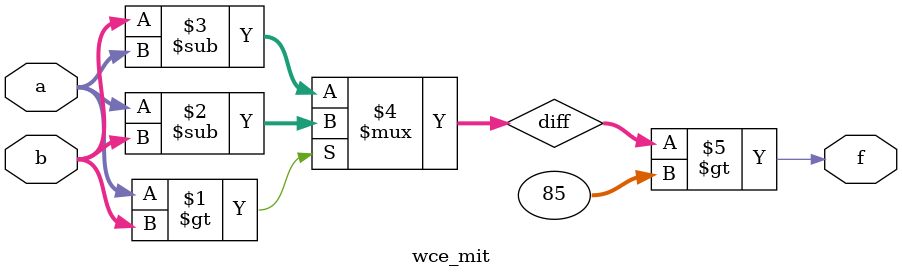
<source format=v>
module wce_mit(a, b, f);
parameter _bit = 9;
parameter wce = 85;
input [_bit - 1: 0] a;
input [_bit - 1: 0] b;
output f;
wire [_bit - 1: 0] diff;
assign diff = (a > b)? (a - b): (b - a);
assign f = (diff > wce);
endmodule

</source>
